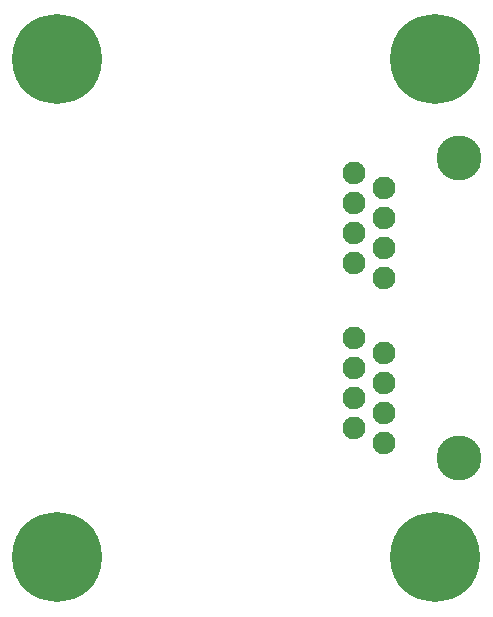
<source format=gbr>
G04 start of page 7 for group -4062 idx -4062 *
G04 Title: (unknown), soldermask *
G04 Creator: pcb 4.0.2 *
G04 CreationDate: Thu Jul  2 20:29:10 2020 UTC *
G04 For: ndholmes *
G04 Format: Gerber/RS-274X *
G04 PCB-Dimensions (mil): 3600.00 2000.00 *
G04 PCB-Coordinate-Origin: lower left *
%MOIN*%
%FSLAX25Y25*%
%LNBOTTOMMASK*%
%ADD45C,0.1500*%
%ADD44C,0.0760*%
%ADD43C,0.2997*%
G54D43*X143000Y17000D03*
X17000D03*
G54D44*X126000Y55000D03*
X116000Y60000D03*
X126000Y65000D03*
G54D45*X151000Y50000D03*
G54D43*X143000Y183000D03*
X17000D03*
G54D44*X116000Y70000D03*
X126000Y75000D03*
X116000Y80000D03*
Y90000D03*
Y115000D03*
Y125000D03*
Y135000D03*
Y145000D03*
X126000Y85000D03*
Y110000D03*
Y120000D03*
Y130000D03*
Y140000D03*
G54D45*X151000Y150000D03*
M02*

</source>
